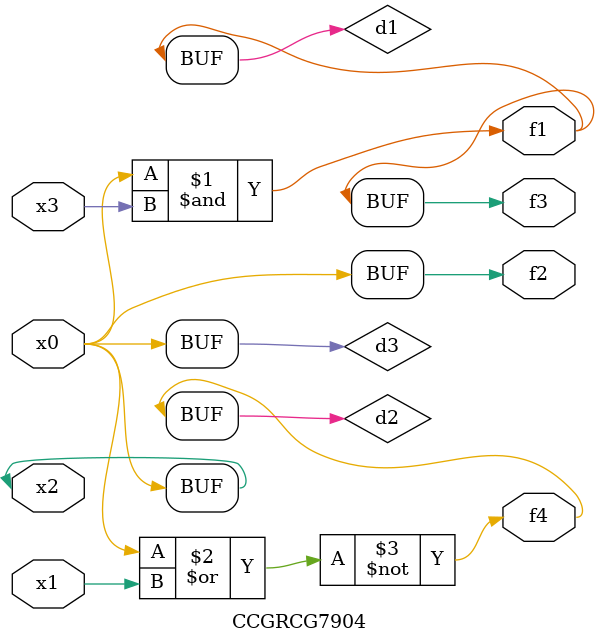
<source format=v>
module CCGRCG7904(
	input x0, x1, x2, x3,
	output f1, f2, f3, f4
);

	wire d1, d2, d3;

	and (d1, x2, x3);
	nor (d2, x0, x1);
	buf (d3, x0, x2);
	assign f1 = d1;
	assign f2 = d3;
	assign f3 = d1;
	assign f4 = d2;
endmodule

</source>
